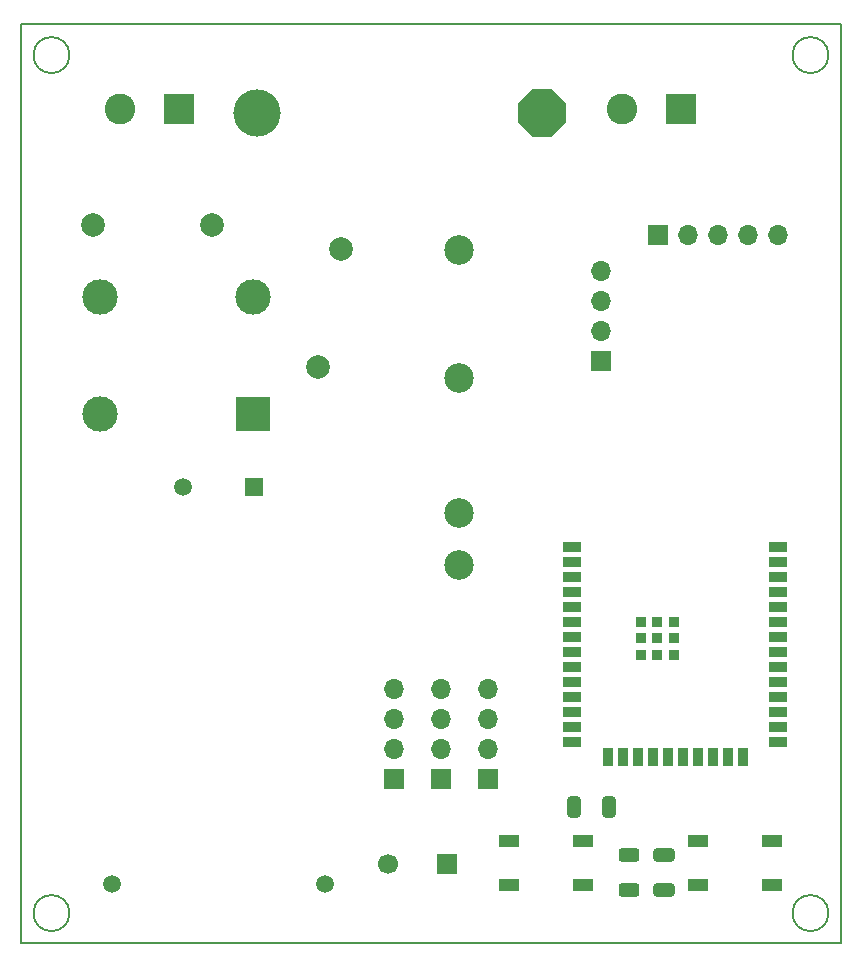
<source format=gts>
%TF.GenerationSoftware,KiCad,Pcbnew,7.0.2*%
%TF.CreationDate,2023-08-24T00:14:34+05:00*%
%TF.ProjectId,IOTV,494f5456-2e6b-4696-9361-645f70636258,3*%
%TF.SameCoordinates,Original*%
%TF.FileFunction,Soldermask,Top*%
%TF.FilePolarity,Negative*%
%FSLAX46Y46*%
G04 Gerber Fmt 4.6, Leading zero omitted, Abs format (unit mm)*
G04 Created by KiCad (PCBNEW 7.0.2) date 2023-08-24 00:14:34*
%MOMM*%
%LPD*%
G01*
G04 APERTURE LIST*
G04 Aperture macros list*
%AMRoundRect*
0 Rectangle with rounded corners*
0 $1 Rounding radius*
0 $2 $3 $4 $5 $6 $7 $8 $9 X,Y pos of 4 corners*
0 Add a 4 corners polygon primitive as box body*
4,1,4,$2,$3,$4,$5,$6,$7,$8,$9,$2,$3,0*
0 Add four circle primitives for the rounded corners*
1,1,$1+$1,$2,$3*
1,1,$1+$1,$4,$5*
1,1,$1+$1,$6,$7*
1,1,$1+$1,$8,$9*
0 Add four rect primitives between the rounded corners*
20,1,$1+$1,$2,$3,$4,$5,0*
20,1,$1+$1,$4,$5,$6,$7,0*
20,1,$1+$1,$6,$7,$8,$9,0*
20,1,$1+$1,$8,$9,$2,$3,0*%
%AMFreePoly0*
4,1,18,0.843072,1.985355,1.985355,0.843072,2.000000,0.807717,2.000000,-0.807717,1.985355,-0.843072,0.843072,-1.985355,0.807717,-2.000000,0.000000,-2.000000,-0.807717,-2.000000,-0.843072,-1.985354,-1.985355,-0.843072,-2.000000,-0.807717,-2.000000,0.807717,-1.985354,0.843072,-0.843072,1.985355,-0.807717,2.000000,0.807717,2.000000,0.843072,1.985355,0.843072,1.985355,$1*%
G04 Aperture macros list end*
%ADD10C,2.500000*%
%ADD11C,2.000000*%
%ADD12R,1.700000X1.700000*%
%ADD13O,1.700000X1.700000*%
%ADD14R,1.500000X0.900000*%
%ADD15R,0.900000X1.500000*%
%ADD16R,0.900000X0.900000*%
%ADD17R,1.700000X1.000000*%
%ADD18RoundRect,0.250000X0.325000X0.650000X-0.325000X0.650000X-0.325000X-0.650000X0.325000X-0.650000X0*%
%ADD19C,4.000000*%
%ADD20FreePoly0,0.000000*%
%ADD21R,1.500000X1.500000*%
%ADD22C,1.500000*%
%ADD23RoundRect,0.250000X0.625000X-0.312500X0.625000X0.312500X-0.625000X0.312500X-0.625000X-0.312500X0*%
%ADD24R,2.600000X2.600000*%
%ADD25C,2.600000*%
%ADD26C,1.700000*%
%ADD27R,3.000000X3.000000*%
%ADD28C,3.000000*%
%ADD29RoundRect,0.250000X-0.650000X0.325000X-0.650000X-0.325000X0.650000X-0.325000X0.650000X0.325000X0*%
%TA.AperFunction,Profile*%
%ADD30C,0.150000*%
%TD*%
G04 APERTURE END LIST*
D10*
%TO.C,U2*%
X138633200Y-70104000D03*
X138633200Y-80899000D03*
X138633200Y-92329000D03*
X138633200Y-96774000D03*
%TD*%
D11*
%TO.C,C5*%
X117694000Y-67998000D03*
X107694000Y-67998000D03*
%TD*%
D12*
%TO.C,J8*%
X150693000Y-79454000D03*
D13*
X150693000Y-76914000D03*
X150693000Y-74374000D03*
X150693000Y-71834000D03*
%TD*%
D14*
%TO.C,U1*%
X148195000Y-95250000D03*
X148195000Y-96520000D03*
X148195000Y-97790000D03*
X148195000Y-99060000D03*
X148195000Y-100330000D03*
X148195000Y-101600000D03*
X148195000Y-102870000D03*
X148195000Y-104140000D03*
X148195000Y-105410000D03*
X148195000Y-106680000D03*
X148195000Y-107950000D03*
X148195000Y-109220000D03*
X148195000Y-110490000D03*
X148195000Y-111760000D03*
D15*
X151225000Y-113010000D03*
X152495000Y-113010000D03*
X153765000Y-113010000D03*
X155035000Y-113010000D03*
X156305000Y-113010000D03*
X157575000Y-113010000D03*
X158845000Y-113010000D03*
X160115000Y-113010000D03*
X161385000Y-113010000D03*
X162655000Y-113010000D03*
D14*
X165695000Y-111760000D03*
X165695000Y-110490000D03*
X165695000Y-109220000D03*
X165695000Y-107950000D03*
X165695000Y-106680000D03*
X165695000Y-105410000D03*
X165695000Y-104140000D03*
X165695000Y-102870000D03*
X165695000Y-101600000D03*
X165695000Y-100330000D03*
X165695000Y-99060000D03*
X165695000Y-97790000D03*
X165695000Y-96520000D03*
X165695000Y-95250000D03*
D16*
X154045000Y-101570000D03*
X154045000Y-101570000D03*
X154045000Y-102970000D03*
X154045000Y-104370000D03*
X154045000Y-104370000D03*
X155445000Y-101570000D03*
X155445000Y-102970000D03*
X155445000Y-104370000D03*
X155445000Y-104370000D03*
X156845000Y-101570000D03*
X156845000Y-102970000D03*
X156845000Y-104370000D03*
%TD*%
D17*
%TO.C,SW2*%
X158850000Y-120098000D03*
X165150000Y-120098000D03*
X158850000Y-123898000D03*
X165150000Y-123898000D03*
%TD*%
D13*
%TO.C,J3*%
X133109200Y-107264200D03*
X133109200Y-109804200D03*
X133109200Y-112344200D03*
D12*
X133109200Y-114884200D03*
%TD*%
D13*
%TO.C,J5*%
X141109200Y-107264200D03*
X141109200Y-109804200D03*
X141109200Y-112344200D03*
D12*
X141109200Y-114884200D03*
%TD*%
D18*
%TO.C,C4*%
X151335000Y-117297200D03*
X148385000Y-117297200D03*
%TD*%
D19*
%TO.C,F1*%
X121506000Y-58513000D03*
D20*
X145636000Y-58513000D03*
%TD*%
D21*
%TO.C,PS1*%
X121265200Y-90170000D03*
D22*
X115265200Y-90170000D03*
X127265200Y-123770000D03*
X109265200Y-123770000D03*
%TD*%
D23*
%TO.C,R2*%
X153000000Y-124256500D03*
X153000000Y-121331500D03*
%TD*%
D24*
%TO.C,J1*%
X114944000Y-58193000D03*
D25*
X109944000Y-58193000D03*
%TD*%
D13*
%TO.C,J4*%
X137109200Y-107264200D03*
X137109200Y-109804200D03*
X137109200Y-112344200D03*
D12*
X137109200Y-114884200D03*
%TD*%
D17*
%TO.C,SW1*%
X142850000Y-120098000D03*
X149150000Y-120098000D03*
X142850000Y-123898000D03*
X149150000Y-123898000D03*
%TD*%
D12*
%TO.C,C6*%
X137639800Y-122072400D03*
D26*
X132639800Y-122072400D03*
%TD*%
D27*
%TO.C,FL1*%
X121171000Y-83982750D03*
D28*
X121171000Y-74076750D03*
X108217000Y-74076750D03*
X108217000Y-83982750D03*
%TD*%
D24*
%TO.C,J2*%
X157444000Y-58193000D03*
D25*
X152444000Y-58193000D03*
%TD*%
D12*
%TO.C,J6*%
X155480000Y-68810000D03*
D13*
X158020000Y-68810000D03*
X160560000Y-68810000D03*
X163100000Y-68810000D03*
X165640000Y-68810000D03*
%TD*%
D11*
%TO.C,RVe1*%
X128694000Y-69998000D03*
X126744000Y-79998000D03*
%TD*%
D29*
%TO.C,C3*%
X156000000Y-121319000D03*
X156000000Y-124269000D03*
%TD*%
D30*
X105664000Y-126238000D02*
G75*
G03*
X105664000Y-126238000I-1524000J0D01*
G01*
X101600000Y-50934000D02*
X170976000Y-50934000D01*
X170976000Y-128778000D01*
X101600000Y-128778000D01*
X101600000Y-50934000D01*
X105664000Y-53594000D02*
G75*
G03*
X105664000Y-53594000I-1524000J0D01*
G01*
X169926000Y-126238000D02*
G75*
G03*
X169926000Y-126238000I-1524000J0D01*
G01*
X169926000Y-53594000D02*
G75*
G03*
X169926000Y-53594000I-1524000J0D01*
G01*
M02*

</source>
